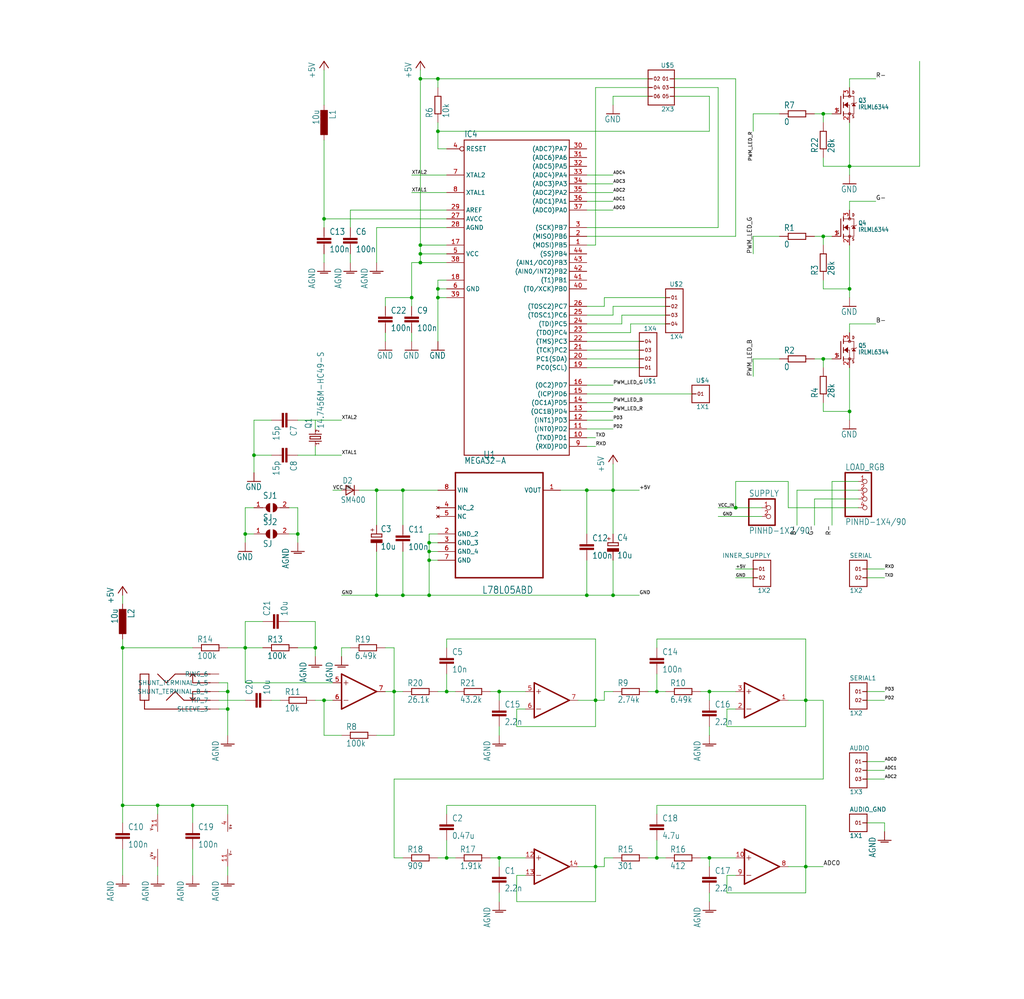
<source format=kicad_sch>
(kicad_sch (version 20211123) (generator eeschema)
  (paper "User" 297.002 289.941)
  (junction (at 116.84 142.24))
  (junction (at 124.46 162.56))
  (junction (at 45.72 233.68))
  (junction (at 124.46 157.48))
  (junction (at 121.92 73.66))
  (junction (at 190.5 248.92))
  (junction (at 86.36 154.94))
  (junction (at 127 83.82))
  (junction (at 129.54 200.66))
  (junction (at 205.74 200.66))
  (junction (at 121.92 71.12))
  (junction (at 205.74 248.92))
  (junction (at 213.36 147.32))
  (junction (at 233.68 251.46))
  (junction (at 71.12 187.96))
  (junction (at 93.98 63.5))
  (junction (at 93.98 203.2))
  (junction (at 124.46 160.02))
  (junction (at 55.88 233.68))
  (junction (at 170.18 172.72))
  (junction (at 35.56 187.96))
  (junction (at 127 38.1))
  (junction (at 246.38 83.82))
  (junction (at 129.54 248.92))
  (junction (at 144.78 248.92))
  (junction (at 246.38 119.38))
  (junction (at 119.38 86.36))
  (junction (at 109.22 142.24))
  (junction (at 127 86.36))
  (junction (at 66.04 205.74))
  (junction (at 170.18 142.24))
  (junction (at 177.8 142.24))
  (junction (at 121.92 76.2))
  (junction (at 109.22 172.72))
  (junction (at 114.3 200.66))
  (junction (at 66.04 200.66))
  (junction (at 238.76 68.58))
  (junction (at 177.8 172.72))
  (junction (at 233.68 203.2))
  (junction (at 127 22.86))
  (junction (at 172.72 251.46))
  (junction (at 238.76 104.14))
  (junction (at 71.12 154.94))
  (junction (at 124.46 172.72))
  (junction (at 116.84 172.72))
  (junction (at 144.78 200.66))
  (junction (at 73.66 132.08))
  (junction (at 91.44 187.96))
  (junction (at 246.38 48.26))
  (junction (at 238.76 33.02))
  (junction (at 35.56 233.68))
  (junction (at 190.5 200.66))
  (junction (at 121.92 22.86))
  (junction (at 172.72 203.2))
  (wire (pts (xy 238.76 68.58) (xy 241.3 68.58)))
  (wire (pts (xy 35.56 233.68) (xy 35.56 238.76)))
  (wire (pts (xy 236.22 144.78) (xy 236.22 152.4)))
  (wire (pts (xy 114.3 187.96) (xy 111.76 187.96)))
  (wire (pts (xy 177.8 27.94) (xy 177.8 30.48)))
  (wire (pts (xy 238.76 83.82) (xy 246.38 83.82)))
  (wire (pts (xy 233.68 203.2) (xy 233.68 185.42)))
  (wire (pts (xy 185.42 104.14) (xy 170.18 104.14)))
  (wire (pts (xy 149.86 261.62) (xy 149.86 254)))
  (wire (pts (xy 254 58.42) (xy 246.38 58.42)))
  (wire (pts (xy 218.44 33.02) (xy 226.06 33.02)))
  (wire (pts (xy 170.18 68.58) (xy 213.36 68.58)))
  (wire (pts (xy 177.8 248.92) (xy 175.26 248.92)))
  (wire (pts (xy 99.06 132.08) (xy 91.44 132.08)))
  (wire (pts (xy 66.04 233.68) (xy 55.88 233.68)))
  (wire (pts (xy 86.36 154.94) (xy 86.36 157.48)))
  (wire (pts (xy 246.38 48.26) (xy 238.76 48.26)))
  (wire (pts (xy 127 35.56) (xy 127 38.1)))
  (wire (pts (xy 121.92 22.86) (xy 121.92 20.32)))
  (wire (pts (xy 177.8 50.8) (xy 170.18 50.8)))
  (wire (pts (xy 127 162.56) (xy 124.46 162.56)))
  (wire (pts (xy 190.5 236.22) (xy 190.5 233.68)))
  (wire (pts (xy 55.88 238.76) (xy 55.88 233.68)))
  (wire (pts (xy 254 93.98) (xy 246.38 93.98)))
  (wire (pts (xy 177.8 172.72) (xy 185.42 172.72)))
  (wire (pts (xy 152.4 254) (xy 149.86 254)))
  (wire (pts (xy 251.46 203.2) (xy 256.54 203.2)))
  (wire (pts (xy 170.18 88.9) (xy 175.26 88.9)))
  (wire (pts (xy 116.84 142.24) (xy 109.22 142.24)))
  (wire (pts (xy 246.38 83.82) (xy 246.38 71.12)))
  (wire (pts (xy 109.22 66.04) (xy 109.22 76.2)))
  (wire (pts (xy 116.84 142.24) (xy 127 142.24)))
  (wire (pts (xy 177.8 111.76) (xy 170.18 111.76)))
  (wire (pts (xy 218.44 109.22) (xy 218.44 104.14)))
  (wire (pts (xy 238.76 104.14) (xy 241.3 104.14)))
  (wire (pts (xy 119.38 86.36) (xy 119.38 88.9)))
  (wire (pts (xy 236.22 68.58) (xy 238.76 68.58)))
  (wire (pts (xy 213.36 68.58) (xy 213.36 22.86)))
  (wire (pts (xy 86.36 147.32) (xy 86.36 154.94)))
  (wire (pts (xy 127 157.48) (xy 124.46 157.48)))
  (wire (pts (xy 124.46 172.72) (xy 170.18 172.72)))
  (wire (pts (xy 78.74 121.92) (xy 73.66 121.92)))
  (wire (pts (xy 96.52 198.12) (xy 71.12 198.12)))
  (wire (pts (xy 238.76 116.84) (xy 238.76 119.38)))
  (wire (pts (xy 177.8 91.44) (xy 177.8 88.9)))
  (wire (pts (xy 91.44 121.92) (xy 91.44 124.46)))
  (wire (pts (xy 124.46 160.02) (xy 124.46 162.56)))
  (wire (pts (xy 246.38 83.82) (xy 246.38 86.36)))
  (wire (pts (xy 187.96 27.94) (xy 177.8 27.94)))
  (wire (pts (xy 129.54 86.36) (xy 127 86.36)))
  (wire (pts (xy 177.8 142.24) (xy 185.42 142.24)))
  (wire (pts (xy 190.5 248.92) (xy 193.04 248.92)))
  (wire (pts (xy 99.06 142.24) (xy 96.52 142.24)))
  (wire (pts (xy 218.44 68.58) (xy 226.06 68.58)))
  (wire (pts (xy 170.18 172.72) (xy 177.8 172.72)))
  (wire (pts (xy 99.06 121.92) (xy 91.44 121.92)))
  (wire (pts (xy 129.54 83.82) (xy 127 83.82)))
  (wire (pts (xy 246.38 106.68) (xy 246.38 119.38)))
  (wire (pts (xy 193.04 91.44) (xy 180.34 91.44)))
  (wire (pts (xy 91.44 187.96) (xy 91.44 180.34)))
  (wire (pts (xy 111.76 96.52) (xy 111.76 99.06)))
  (wire (pts (xy 203.2 200.66) (xy 205.74 200.66)))
  (wire (pts (xy 213.36 254) (xy 210.82 254)))
  (wire (pts (xy 71.12 157.48) (xy 71.12 154.94)))
  (wire (pts (xy 177.8 162.56) (xy 177.8 172.72)))
  (wire (pts (xy 256.54 241.3) (xy 256.54 238.76)))
  (wire (pts (xy 172.72 203.2) (xy 167.64 203.2)))
  (wire (pts (xy 175.26 251.46) (xy 172.72 251.46)))
  (wire (pts (xy 129.54 71.12) (xy 121.92 71.12)))
  (wire (pts (xy 236.22 33.02) (xy 238.76 33.02)))
  (wire (pts (xy 205.74 38.1) (xy 127 38.1)))
  (wire (pts (xy 129.54 73.66) (xy 121.92 73.66)))
  (wire (pts (xy 93.98 30.48) (xy 93.98 20.32)))
  (wire (pts (xy 170.18 142.24) (xy 177.8 142.24)))
  (wire (pts (xy 205.74 248.92) (xy 205.74 251.46)))
  (wire (pts (xy 246.38 35.56) (xy 246.38 48.26)))
  (wire (pts (xy 129.54 43.18) (xy 127 43.18)))
  (wire (pts (xy 144.78 200.66) (xy 152.4 200.66)))
  (wire (pts (xy 241.3 152.4) (xy 241.3 139.7)))
  (wire (pts (xy 129.54 55.88) (xy 119.38 55.88)))
  (wire (pts (xy 114.3 248.92) (xy 116.84 248.92)))
  (wire (pts (xy 45.72 236.22) (xy 45.72 233.68)))
  (wire (pts (xy 266.7 17.78) (xy 266.7 48.26)))
  (wire (pts (xy 177.8 134.62) (xy 177.8 142.24)))
  (wire (pts (xy 121.92 73.66) (xy 121.92 71.12)))
  (wire (pts (xy 129.54 200.66) (xy 132.08 200.66)))
  (wire (pts (xy 124.46 162.56) (xy 124.46 172.72)))
  (wire (pts (xy 203.2 248.92) (xy 205.74 248.92)))
  (wire (pts (xy 127 43.18) (xy 127 38.1)))
  (wire (pts (xy 256.54 165.1) (xy 251.46 165.1)))
  (wire (pts (xy 35.56 187.96) (xy 35.56 233.68)))
  (wire (pts (xy 71.12 180.34) (xy 71.12 187.96)))
  (wire (pts (xy 63.5 200.66) (xy 66.04 200.66)))
  (wire (pts (xy 83.82 147.32) (xy 86.36 147.32)))
  (wire (pts (xy 121.92 71.12) (xy 121.92 22.86)))
  (wire (pts (xy 193.04 86.36) (xy 175.26 86.36)))
  (wire (pts (xy 96.52 203.2) (xy 93.98 203.2)))
  (wire (pts (xy 172.72 233.68) (xy 129.54 233.68)))
  (wire (pts (xy 177.8 200.66) (xy 175.26 200.66)))
  (wire (pts (xy 127 83.82) (xy 127 86.36)))
  (wire (pts (xy 91.44 187.96) (xy 91.44 190.5)))
  (wire (pts (xy 220.98 147.32) (xy 213.36 147.32)))
  (wire (pts (xy 93.98 203.2) (xy 91.44 203.2)))
  (wire (pts (xy 177.8 154.94) (xy 177.8 142.24)))
  (wire (pts (xy 213.36 22.86) (xy 195.58 22.86)))
  (wire (pts (xy 127 248.92) (xy 129.54 248.92)))
  (wire (pts (xy 187.96 200.66) (xy 190.5 200.66)))
  (wire (pts (xy 246.38 22.86) (xy 246.38 25.4)))
  (wire (pts (xy 228.6 139.7) (xy 213.36 139.7)))
  (wire (pts (xy 251.46 200.66) (xy 256.54 200.66)))
  (wire (pts (xy 238.76 119.38) (xy 246.38 119.38)))
  (wire (pts (xy 233.68 251.46) (xy 228.6 251.46)))
  (wire (pts (xy 246.38 22.86) (xy 254 22.86)))
  (wire (pts (xy 127 86.36) (xy 127 99.06)))
  (wire (pts (xy 241.3 139.7) (xy 248.92 139.7)))
  (wire (pts (xy 91.44 129.54) (xy 91.44 132.08)))
  (wire (pts (xy 129.54 63.5) (xy 93.98 63.5)))
  (wire (pts (xy 238.76 104.14) (xy 238.76 106.68)))
  (wire (pts (xy 172.72 25.4) (xy 172.72 71.12)))
  (wire (pts (xy 109.22 160.02) (xy 109.22 172.72)))
  (wire (pts (xy 172.72 251.46) (xy 172.72 261.62)))
  (wire (pts (xy 238.76 226.06) (xy 114.3 226.06)))
  (wire (pts (xy 93.98 213.36) (xy 93.98 203.2)))
  (wire (pts (xy 127 81.28) (xy 127 83.82)))
  (wire (pts (xy 55.88 233.68) (xy 45.72 233.68)))
  (wire (pts (xy 205.74 27.94) (xy 205.74 38.1)))
  (wire (pts (xy 231.14 152.4) (xy 231.14 142.24)))
  (wire (pts (xy 167.64 251.46) (xy 172.72 251.46)))
  (wire (pts (xy 73.66 132.08) (xy 78.74 132.08)))
  (wire (pts (xy 76.2 180.34) (xy 71.12 180.34)))
  (wire (pts (xy 180.34 93.98) (xy 180.34 91.44)))
  (wire (pts (xy 71.12 147.32) (xy 71.12 154.94)))
  (wire (pts (xy 172.72 203.2) (xy 172.72 185.42)))
  (wire (pts (xy 170.18 66.04) (xy 208.28 66.04)))
  (wire (pts (xy 144.78 213.36) (xy 144.78 210.82)))
  (wire (pts (xy 220.98 149.86) (xy 208.28 149.86)))
  (wire (pts (xy 129.54 233.68) (xy 129.54 236.22)))
  (wire (pts (xy 99.06 213.36) (xy 93.98 213.36)))
  (wire (pts (xy 35.56 185.42) (xy 35.56 187.96)))
  (wire (pts (xy 218.44 38.1) (xy 218.44 33.02)))
  (wire (pts (xy 144.78 248.92) (xy 144.78 251.46)))
  (wire (pts (xy 172.72 261.62) (xy 149.86 261.62)))
  (wire (pts (xy 251.46 220.98) (xy 256.54 220.98)))
  (wire (pts (xy 127 160.02) (xy 124.46 160.02)))
  (wire (pts (xy 170.18 121.92) (xy 177.8 121.92)))
  (wire (pts (xy 170.18 60.96) (xy 177.8 60.96)))
  (wire (pts (xy 86.36 121.92) (xy 91.44 121.92)))
  (wire (pts (xy 210.82 210.82) (xy 210.82 205.74)))
  (wire (pts (xy 190.5 200.66) (xy 193.04 200.66)))
  (wire (pts (xy 172.72 251.46) (xy 172.72 233.68)))
  (wire (pts (xy 66.04 200.66) (xy 66.04 205.74)))
  (wire (pts (xy 129.54 185.42) (xy 129.54 187.96)))
  (wire (pts (xy 177.8 119.38) (xy 170.18 119.38)))
  (wire (pts (xy 149.86 205.74) (xy 152.4 205.74)))
  (wire (pts (xy 170.18 162.56) (xy 170.18 172.72)))
  (wire (pts (xy 55.88 187.96) (xy 35.56 187.96)))
  (wire (pts (xy 35.56 254) (xy 35.56 246.38)))
  (wire (pts (xy 228.6 147.32) (xy 228.6 139.7)))
  (wire (pts (xy 114.3 200.66) (xy 114.3 213.36)))
  (wire (pts (xy 236.22 104.14) (xy 238.76 104.14)))
  (wire (pts (xy 109.22 142.24) (xy 104.14 142.24)))
  (wire (pts (xy 170.18 124.46) (xy 177.8 124.46)))
  (wire (pts (xy 111.76 88.9) (xy 111.76 86.36)))
  (wire (pts (xy 190.5 233.68) (xy 233.68 233.68)))
  (wire (pts (xy 218.44 104.14) (xy 226.06 104.14)))
  (wire (pts (xy 177.8 88.9) (xy 193.04 88.9)))
  (wire (pts (xy 172.72 185.42) (xy 129.54 185.42)))
  (wire (pts (xy 175.26 200.66) (xy 175.26 203.2)))
  (wire (pts (xy 114.3 200.66) (xy 114.3 187.96)))
  (wire (pts (xy 213.36 147.32) (xy 208.28 147.32)))
  (wire (pts (xy 99.06 190.5) (xy 99.06 187.96)))
  (wire (pts (xy 170.18 58.42) (xy 177.8 58.42)))
  (wire (pts (xy 63.5 198.12) (xy 66.04 198.12)))
  (wire (pts (xy 170.18 154.94) (xy 170.18 142.24)))
  (wire (pts (xy 208.28 25.4) (xy 195.58 25.4)))
  (wire (pts (xy 121.92 76.2) (xy 121.92 73.66)))
  (wire (pts (xy 114.3 200.66) (xy 111.76 200.66)))
  (wire (pts (xy 129.54 243.84) (xy 129.54 248.92)))
  (wire (pts (xy 218.44 165.1) (xy 213.36 165.1)))
  (wire (pts (xy 99.06 187.96) (xy 101.6 187.96)))
  (wire (pts (xy 210.82 205.74) (xy 213.36 205.74)))
  (wire (pts (xy 73.66 137.16) (xy 73.66 132.08)))
  (wire (pts (xy 121.92 22.86) (xy 127 22.86)))
  (wire (pts (xy 170.18 127) (xy 172.72 127)))
  (wire (pts (xy 149.86 210.82) (xy 149.86 205.74)))
  (wire (pts (xy 129.54 50.8) (xy 119.38 50.8)))
  (wire (pts (xy 109.22 152.4) (xy 109.22 142.24)))
  (wire (pts (xy 124.46 157.48) (xy 124.46 160.02)))
  (wire (pts (xy 233.68 203.2) (xy 238.76 203.2)))
  (wire (pts (xy 71.12 154.94) (xy 73.66 154.94)))
  (wire (pts (xy 119.38 96.52) (xy 119.38 99.06)))
  (wire (pts (xy 66.04 205.74) (xy 66.04 213.36)))
  (wire (pts (xy 213.36 200.66) (xy 205.74 200.66)))
  (wire (pts (xy 182.88 93.98) (xy 193.04 93.98)))
  (wire (pts (xy 144.78 248.92) (xy 142.24 248.92)))
  (wire (pts (xy 91.44 180.34) (xy 83.82 180.34)))
  (wire (pts (xy 71.12 203.2) (xy 63.5 203.2)))
  (wire (pts (xy 129.54 66.04) (xy 109.22 66.04)))
  (wire (pts (xy 256.54 238.76) (xy 251.46 238.76)))
  (wire (pts (xy 119.38 76.2) (xy 119.38 86.36)))
  (wire (pts (xy 233.68 210.82) (xy 210.82 210.82)))
  (wire (pts (xy 170.18 91.44) (xy 177.8 91.44)))
  (wire (pts (xy 238.76 68.58) (xy 238.76 71.12)))
  (wire (pts (xy 66.04 251.46) (xy 66.04 254)))
  (wire (pts (xy 152.4 248.92) (xy 144.78 248.92)))
  (wire (pts (xy 246.38 119.38) (xy 246.38 121.92)))
  (wire (pts (xy 251.46 226.06) (xy 256.54 226.06)))
  (wire (pts (xy 246.38 58.42) (xy 246.38 60.96)))
  (wire (pts (xy 55.88 254) (xy 55.88 246.38)))
  (wire (pts (xy 213.36 167.64) (xy 218.44 167.64)))
  (wire (pts (xy 170.18 96.52) (xy 182.88 96.52)))
  (wire (pts (xy 35.56 175.26) (xy 35.56 172.72)))
  (wire (pts (xy 78.74 203.2) (xy 81.28 203.2)))
  (wire (pts (xy 187.96 25.4) (xy 172.72 25.4)))
  (wire (pts (xy 248.92 147.32) (xy 228.6 147.32)))
  (wire (pts (xy 127 25.4) (xy 127 22.86)))
  (wire (pts (xy 251.46 167.64) (xy 256.54 167.64)))
  (wire (pts (xy 45.72 251.46) (xy 45.72 254)))
  (wire (pts (xy 170.18 101.6) (xy 185.42 101.6)))
  (wire (pts (xy 205.74 248.92) (xy 213.36 248.92)))
  (wire (pts (xy 175.26 88.9) (xy 175.26 86.36)))
  (wire (pts (xy 233.68 203.2) (xy 233.68 210.82)))
  (wire (pts (xy 144.78 261.62) (xy 144.78 259.08)))
  (wire (pts (xy 127 154.94) (xy 124.46 154.94)))
  (wire (pts (xy 185.42 99.06) (xy 170.18 99.06)))
  (wire (pts (xy 213.36 147.32) (xy 213.36 139.7)))
  (wire (pts (xy 266.7 48.26) (xy 246.38 48.26)))
  (wire (pts (xy 91.44 132.08) (xy 86.36 132.08)))
  (wire (pts (xy 114.3 200.66) (xy 116.84 200.66)))
  (wire (pts (xy 238.76 33.02) (xy 238.76 35.56)))
  (wire (pts (xy 114.3 213.36) (xy 109.22 213.36)))
  (wire (pts (xy 170.18 114.3) (xy 200.66 114.3)))
  (wire (pts (xy 238.76 203.2) (xy 238.76 226.06)))
  (wire (pts (xy 73.66 147.32) (xy 71.12 147.32)))
  (wire (pts (xy 233.68 185.42) (xy 190.5 185.42)))
  (wire (pts (xy 170.18 129.54) (xy 172.72 129.54)))
  (wire (pts (xy 177.8 116.84) (xy 170.18 116.84)))
  (wire (pts (xy 116.84 172.72) (xy 109.22 172.72)))
  (wire (pts (xy 127 22.86) (xy 187.96 22.86)))
  (wire (pts (xy 175.26 248.92) (xy 175.26 251.46)))
  (wire (pts (xy 170.18 142.24) (xy 162.56 142.24)))
  (wire (pts (xy 127 200.66) (xy 129.54 200.66)))
  (wire (pts (xy 116.84 160.02) (xy 116.84 172.72)))
  (wire (pts (xy 116.84 152.4) (xy 116.84 142.24)))
  (wire (pts (xy 101.6 76.2) (xy 101.6 73.66)))
  (wire (pts (xy 66.04 236.22) (xy 66.04 233.68)))
  (wire (pts (xy 114.3 226.06) (xy 114.3 248.92)))
  (wire (pts (xy 93.98 73.66) (xy 93.98 76.2)))
  (wire (pts (xy 45.72 233.68) (xy 35.56 233.68)))
  (wire (pts (xy 172.72 203.2) (xy 172.72 210.82)))
  (wire (pts (xy 231.14 142.24) (xy 248.92 142.24)))
  (wire (pts (xy 182.88 96.52) (xy 182.88 93.98)))
  (wire (pts (xy 142.24 200.66) (xy 144.78 200.66)))
  (wire (pts (xy 170.18 93.98) (xy 180.34 93.98)))
  (wire (pts (xy 248.92 144.78) (xy 236.22 144.78)))
  (wire (pts (xy 218.44 73.66) (xy 218.44 68.58)))
  (wire (pts (xy 246.38 48.26) (xy 246.38 50.8)))
  (wire (pts (xy 63.5 205.74) (xy 66.04 205.74)))
  (wire (pts (xy 71.12 187.96) (xy 76.2 187.96)))
  (wire (pts (xy 190.5 195.58) (xy 190.5 200.66)))
  (wire (pts (xy 190.5 248.92) (xy 190.5 243.84)))
  (wire (pts (xy 172.72 71.12) (xy 170.18 71.12)))
  (wire (pts (xy 124.46 172.72) (xy 116.84 172.72)))
  (wire (pts (xy 210.82 259.08) (xy 210.82 254)))
  (wire (pts (xy 71.12 187.96) (xy 71.12 198.12)))
  (wire (pts (xy 172.72 210.82) (xy 149.86 210.82)))
  (wire (pts (xy 187.96 248.92) (xy 190.5 248.92)))
  (wire (pts (xy 144.78 203.2) (xy 144.78 200.66)))
  (wire (pts (xy 83.82 154.94) (xy 86.36 154.94)))
  (wire (pts (xy 205.74 200.66) (xy 205.74 203.2)))
  (wire (pts (xy 205.74 261.62) (xy 205.74 259.08)))
  (wire (pts (xy 233.68 233.68) (xy 233.68 251.46)))
  (wire (pts (xy 238.76 33.02) (xy 241.3 33.02)))
  (wire (pts (xy 129.54 60.96) (xy 101.6 60.96)))
  (wire (pts (xy 233.68 259.08) (xy 210.82 259.08)))
  (wire (pts (xy 238.76 81.28) (xy 238.76 83.82)))
  (wire (pts (xy 251.46 223.52) (xy 256.54 223.52)))
  (wire (pts (xy 109.22 172.72) (xy 99.06 172.72)))
  (wire (pts (xy 205.74 213.36) (xy 205.74 210.82)))
  (wire (pts (xy 233.68 251.46) (xy 233.68 259.08)))
  (wire (pts (xy 233.68 251.46) (xy 238.76 251.46)))
  (wire (pts (xy 93.98 63.5) (xy 93.98 40.64)))
  (wire (pts (xy 228.6 203.2) (xy 233.68 203.2)))
  (wire (pts (xy 66.04 198.12) (xy 66.04 200.66)))
  (wire (pts (xy 238.76 45.72) (xy 238.76 48.26)))
  (wire (pts (xy 175.26 203.2) (xy 172.72 203.2)))
  (wire (pts (xy 129.54 81.28) (xy 127 81.28)))
  (wire (pts (xy 121.92 76.2) (xy 119.38 76.2)))
  (wire (pts (xy 66.04 187.96) (xy 71.12 187.96)))
  (wire (pts (xy 195.58 27.94) (xy 205.74 27.94)))
  (wire (pts (xy 124.46 154.94) (xy 124.46 157.48)))
  (wire (pts (xy 170.18 55.88) (xy 177.8 55.88)))
  (wire (pts (xy 208.28 66.04) (xy 208.28 25.4)))
  (wire (pts (xy 170.18 53.34) (xy 177.8 53.34)))
  (wire (pts (xy 101.6 60.96) (xy 101.6 66.04)))
  (wire (pts (xy 246.38 93.98) (xy 246.38 96.52)))
  (wire (pts (xy 190.5 185.42) (xy 190.5 187.96)))
  (wire (pts (xy 129.54 195.58) (xy 129.54 200.66)))
  (wire (pts (xy 129.54 76.2) (xy 121.92 76.2)))
  (wire (pts (xy 111.76 86.36) (xy 119.38 86.36)))
  (wire (pts (xy 86.36 187.96) (xy 91.44 187.96)))
  (wire (pts (xy 93.98 63.5) (xy 93.98 66.04)))
  (wire (pts (xy 170.18 106.68) (xy 185.42 106.68)))
  (wire (pts (xy 73.66 121.92) (xy 73.66 132.08)))
  (wire (pts (xy 129.54 248.92) (xy 132.08 248.92)))
  (label "R-" (at 241.3 152.4 270) (effects (font (size 1.2446 1.2446))))
  (label "+5V" (at 213.36 165.1 0) (effects (font (size 0.889 0.889))))
  (label "ADC1" (at 256.54 223.52 0) (effects (font (size 0.889 0.889))))
  (label "XTAL1" (at 119.38 55.88 0) (effects (font (size 0.9957 0.9957))))
  (label "GND" (at 213.36 167.64 0) (effects (font (size 0.889 0.889))))
  (label "RXD" (at 256.54 165.1 0) (effects (font (size 0.889 0.889))))
  (label "PWM_LED_G" (at 218.44 73.66 90) (effects (font (size 1.2446 1.2446))))
  (label "XTAL2" (at 119.38 50.8 0) (effects (font (size 0.9957 0.9957))))
  (label "PWM_LED_G" (at 177.8 111.76 0) (effects (font (size 0.9957 0.9957))))
  (label "TXD" (at 256.54 167.64 0) (effects (font (size 0.889 0.889))))
  (label "PD3" (at 177.8 121.92 0) (effects (font (size 0.889 0.889))))
  (label "XTAL1" (at 99.06 132.08 0) (effects (font (size 0.9957 0.9957))))
  (label "VCC_IN" (at 96.52 142.24 0) (effects (font (size 0.9957 0.9957))))
  (label "RXD" (at 172.72 129.54 0) (effects (font (size 0.9957 0.9957))))
  (label "ADC0" (at 238.76 251.46 0) (effects (font (size 1.2446 1.2446))))
  (label "PWM_LED_B" (at 218.44 109.22 90) (effects (font (size 1.2446 1.2446))))
  (label "PD2" (at 177.8 124.46 0) (effects (font (size 0.889 0.889))))
  (label "R-" (at 254 22.86 0) (effects (font (size 1.2446 1.2446))))
  (label "ADC4" (at 177.8 50.8 0) (effects (font (size 0.889 0.889))))
  (label "PD2" (at 256.54 203.2 0) (effects (font (size 0.889 0.889))))
  (label "ADC0" (at 256.54 220.98 0) (effects (font (size 0.889 0.889))))
  (label "ADC2" (at 256.54 226.06 0) (effects (font (size 0.889 0.889))))
  (label "TXD" (at 172.72 127 0) (effects (font (size 0.9957 0.9957))))
  (label "PD3" (at 256.54 200.66 0) (effects (font (size 0.889 0.889))))
  (label "PWM_LED_R" (at 218.44 38.1 270) (effects (font (size 0.9957 0.9957))))
  (label "ADC3" (at 177.8 53.34 0) (effects (font (size 0.889 0.889))))
  (label "B-" (at 254 93.98 0) (effects (font (size 1.2446 1.2446))))
  (label "PWM_LED_B" (at 177.8 116.84 0) (effects (font (size 0.9957 0.9957))))
  (label "GND" (at 209.55 149.86 0) (effects (font (size 0.889 0.889))))
  (label "VCC_IN" (at 208.28 147.32 0) (effects (font (size 0.889 0.889))))
  (label "PWM_LED_R" (at 177.8 119.38 0) (effects (font (size 0.9957 0.9957))))
  (label "ADC1" (at 177.8 58.42 0) (effects (font (size 0.889 0.889))))
  (label "XTAL2" (at 99.06 121.92 0) (effects (font (size 0.9957 0.9957))))
  (label "GND" (at 99.06 172.72 0) (effects (font (size 0.9957 0.9957))))
  (label "B-" (at 231.14 152.4 270) (effects (font (size 1.2446 1.2446))))
  (label "GND" (at 185.42 172.72 0) (effects (font (size 0.9957 0.9957))))
  (label "G-" (at 236.22 152.4 270) (effects (font (size 1.2446 1.2446))))
  (label "ADC2" (at 177.8 55.88 0) (effects (font (size 0.889 0.889))))
  (label "ADC0" (at 177.8 60.96 0) (effects (font (size 0.889 0.889))))
  (label "G-" (at 254 58.42 0) (effects (font (size 1.2446 1.2446))))
  (label "+5V" (at 185.42 142.24 0) (effects (font (size 0.9957 0.9957))))
  (symbol (lib_id "LedController2-eagle-import:C-EUC0805") (at 205.74 205.74 0)
    (property "Reference" "C16" (at 207.264 205.359 0) (effects (font (size 1.778 1.5113)) (justify left bottom)))
    (property "Value" "2.2n" (at 207.264 210.439 0) (effects (font (size 1.778 1.5113)) (justify left bottom)))
    (property "Footprint" "LedController2:C0805" (effects hide))
  )
  (symbol (lib_id "LedController2-eagle-import:C-EUC0805") (at 129.54 238.76 0)
    (property "Reference" "C2" (at 131.064 238.379 0) (effects (font (size 1.778 1.5113)) (justify left bottom)))
    (property "Value" "0.47u" (at 131.064 243.459 0) (effects (font (size 1.778 1.5113)) (justify left bottom)))
    (property "Footprint" "LedController2:C0805" (effects hide))
  )
  (symbol (lib_id "LedController2-eagle-import:C-EUC0805") (at 111.76 91.44 0)
    (property "Reference" "C22" (at 113.284 91.059 0) (effects (font (size 1.778 1.5113)) (justify left bottom)))
    (property "Value" "100n" (at 113.284 96.139 0) (effects (font (size 1.778 1.5113)) (justify left bottom)))
    (property "Footprint" "LedController2:C0805" (effects hide))
  )
  (symbol (lib_id "LedController2-eagle-import:CPOL-EUSMCC") (at 177.8 157.48 0)
    (property "Reference" "C4" (at 178.943 156.9974 0) (effects (font (size 1.778 1.5113)) (justify left bottom)))
    (property "Value" "10u" (at 178.943 162.0774 0) (effects (font (size 1.778 1.5113)) (justify left bottom)))
    (property "Footprint" "LedController2:SMC_C" (effects hide))
  )
  (symbol (lib_id "LedController2-eagle-import:AGND") (at 256.54 243.84 0)
    (property "Reference" "#AGND16" (effects hide))
    (property "Value" "AGND" (at 254 248.92 90) (effects (font (size 1.778 1.5113)) (justify left bottom)))
    (property "Footprint" "LedController2:" (effects hide))
  )
  (symbol (lib_id "LedController2-eagle-import:AGND") (at 109.22 78.74 0)
    (property "Reference" "#AGND7" (effects hide))
    (property "Value" "AGND" (at 106.68 83.82 90) (effects (font (size 1.778 1.5113)) (justify left bottom)))
    (property "Footprint" "LedController2:" (effects hide))
  )
  (symbol (lib_id "LedController2-eagle-import:GND") (at 177.8 33.02 0)
    (property "Reference" "#GND5" (effects hide))
    (property "Value" "GND" (at 175.26 35.56 0) (effects (font (size 1.778 1.5113)) (justify left bottom)))
    (property "Footprint" "LedController2:" (effects hide))
  )
  (symbol (lib_id "LedController2-eagle-import:R-EU_R0805") (at 60.96 187.96 0)
    (property "Reference" "R14" (at 57.15 186.4614 0) (effects (font (size 1.778 1.5113)) (justify left bottom)))
    (property "Value" "100k" (at 57.15 191.262 0) (effects (font (size 1.778 1.5113)) (justify left bottom)))
    (property "Footprint" "LedController2:R0805" (effects hide))
  )
  (symbol (lib_id "LedController2-eagle-import:R-EU_R0805") (at 106.68 187.96 0)
    (property "Reference" "R19" (at 102.87 186.4614 0) (effects (font (size 1.778 1.5113)) (justify left bottom)))
    (property "Value" "6.49k" (at 102.87 191.262 0) (effects (font (size 1.778 1.5113)) (justify left bottom)))
    (property "Footprint" "LedController2:R0805" (effects hide))
  )
  (symbol (lib_id "LedController2-eagle-import:1X4") (at 187.96 101.6 180)
    (property "Reference" "U$1" (at 190.5 109.855 0) (effects (justify left bottom)))
    (property "Value" "1X4" (at 190.5 94.615 0) (effects (justify left bottom)))
    (property "Footprint" "LedController2:1X4" (effects hide))
  )
  (symbol (lib_id "LedController2-eagle-import:LM324D") (at 220.98 251.46 0)
    (property "Reference" "IC2" (effects hide))
    (property "Value" "LM324D" (effects hide))
    (property "Footprint" "LedController2:SO14" (effects hide))
  )
  (symbol (lib_id "LedController2-eagle-import:CRYSTALHC49S") (at 91.44 127 90)
    (property "Reference" "Q1" (at 90.424 124.46 0) (effects (font (size 1.778 1.5113)) (justify left bottom)))
    (property "Value" "14.7456M-HC49-S" (at 93.98 124.46 0) (effects (font (size 1.778 1.5113)) (justify left bottom)))
    (property "Footprint" "LedController2:HC49_S" (effects hide))
  )
  (symbol (lib_id "LedController2-eagle-import:R-EU_R0805") (at 121.92 200.66 0)
    (property "Reference" "R20" (at 118.11 199.1614 0) (effects (font (size 1.778 1.5113)) (justify left bottom)))
    (property "Value" "26.1k" (at 118.11 203.962 0) (effects (font (size 1.778 1.5113)) (justify left bottom)))
    (property "Footprint" "LedController2:R0805" (effects hide))
  )
  (symbol (lib_id "LedController2-eagle-import:GND") (at 246.38 124.46 0)
    (property "Reference" "#GND9" (effects hide))
    (property "Value" "GND" (at 243.84 127 0) (effects (font (size 1.778 1.5113)) (justify left bottom)))
    (property "Footprint" "LedController2:" (effects hide))
  )
  (symbol (lib_id "LedController2-eagle-import:R-EU_R0805") (at 137.16 200.66 0)
    (property "Reference" "R21" (at 133.35 199.1614 0) (effects (font (size 1.778 1.5113)) (justify left bottom)))
    (property "Value" "43.2k" (at 133.35 203.962 0) (effects (font (size 1.778 1.5113)) (justify left bottom)))
    (property "Footprint" "LedController2:R0805" (effects hide))
  )
  (symbol (lib_id "LedController2-eagle-import:LM324D") (at 45.72 243.84 180)
    (property "Reference" "IC2" (effects hide))
    (property "Value" "LM324D" (effects hide))
    (property "Footprint" "LedController2:SO14" (effects hide))
  )
  (symbol (lib_id "LedController2-eagle-import:R-EU_R0805") (at 238.76 111.76 90)
    (property "Reference" "R4" (at 237.2614 115.57 0) (effects (font (size 1.778 1.5113)) (justify left bottom)))
    (property "Value" "28k" (at 242.062 115.57 0) (effects (font (size 1.778 1.5113)) (justify left bottom)))
    (property "Footprint" "LedController2:R0805" (effects hide))
  )
  (symbol (lib_id "LedController2-eagle-import:+5V") (at 35.56 170.18 0)
    (property "Reference" "#P+3" (effects hide))
    (property "Value" "+5V" (at 33.02 175.26 90) (effects (font (size 1.778 1.5113)) (justify left bottom)))
    (property "Footprint" "LedController2:" (effects hide))
  )
  (symbol (lib_id "LedController2-eagle-import:GND") (at 73.66 139.7 0)
    (property "Reference" "#GND7" (effects hide))
    (property "Value" "GND" (at 71.12 142.24 0) (effects (font (size 1.778 1.5113)) (justify left bottom)))
    (property "Footprint" "LedController2:" (effects hide))
  )
  (symbol (lib_id "LedController2-eagle-import:SM400") (at 101.6 142.24 0)
    (property "Reference" "D2" (at 99.2886 140.3604 0) (effects (font (size 1.6764 1.4249)) (justify left bottom)))
    (property "Value" "SM400" (at 98.7806 145.9738 0) (effects (font (size 1.6764 1.4249)) (justify left bottom)))
    (property "Footprint" "LedController2:MELF-MLL41" (effects hide))
  )
  (symbol (lib_id "LedController2-eagle-import:C-EUC0805") (at 73.66 203.2 90)
    (property "Reference" "C20" (at 73.279 201.676 0) (effects (font (size 1.778 1.5113)) (justify left bottom)))
    (property "Value" "10u" (at 78.359 201.676 0) (effects (font (size 1.778 1.5113)) (justify left bottom)))
    (property "Footprint" "LedController2:C0805" (effects hide))
  )
  (symbol (lib_id "LedController2-eagle-import:AGND") (at 66.04 215.9 0)
    (property "Reference" "#AGND1" (effects hide))
    (property "Value" "AGND" (at 63.5 220.98 90) (effects (font (size 1.778 1.5113)) (justify left bottom)))
    (property "Footprint" "LedController2:" (effects hide))
  )
  (symbol (lib_id "LedController2-eagle-import:C-EUC0805") (at 190.5 190.5 0)
    (property "Reference" "C14" (at 192.024 190.119 0) (effects (font (size 1.778 1.5113)) (justify left bottom)))
    (property "Value" "100n" (at 192.024 195.199 0) (effects (font (size 1.778 1.5113)) (justify left bottom)))
    (property "Footprint" "LedController2:C0805" (effects hide))
  )
  (symbol (lib_id "LedController2-eagle-import:C-EUC0805") (at 35.56 241.3 0)
    (property "Reference" "C10" (at 37.084 240.919 0) (effects (font (size 1.778 1.5113)) (justify left bottom)))
    (property "Value" "100n" (at 37.084 245.999 0) (effects (font (size 1.778 1.5113)) (justify left bottom)))
    (property "Footprint" "LedController2:C0805" (effects hide))
  )
  (symbol (lib_id "LedController2-eagle-import:C-EUC0805") (at 144.78 254 0)
    (property "Reference" "C1" (at 146.304 253.619 0) (effects (font (size 1.778 1.5113)) (justify left bottom)))
    (property "Value" "2.2n" (at 146.304 258.699 0) (effects (font (size 1.778 1.5113)) (justify left bottom)))
    (property "Footprint" "LedController2:C0805" (effects hide))
  )
  (symbol (lib_id "LedController2-eagle-import:C-EUC0805") (at 101.6 68.58 0)
    (property "Reference" "C6" (at 103.124 68.199 0) (effects (font (size 1.778 1.5113)) (justify left bottom)))
    (property "Value" "100n" (at 103.124 73.279 0) (effects (font (size 1.778 1.5113)) (justify left bottom)))
    (property "Footprint" "LedController2:C0805" (effects hide))
  )
  (symbol (lib_id "LedController2-eagle-import:GND") (at 111.76 101.6 0)
    (property "Reference" "#GND3" (effects hide))
    (property "Value" "GND" (at 109.22 104.14 0) (effects (font (size 1.778 1.5113)) (justify left bottom)))
    (property "Footprint" "LedController2:" (effects hide))
  )
  (symbol (lib_id "LedController2-eagle-import:MOSFET-NREFLOW") (at 243.84 30.48 0)
    (property "Reference" "Q3" (at 248.92 29.845 0) (effects (font (size 1.27 1.0795)) (justify left bottom)))
    (property "Value" "IRLML6344" (at 248.92 31.75 0) (effects (font (size 1.27 1.0795)) (justify left bottom)))
    (property "Footprint" "LedController2:SOT23" (effects hide))
  )
  (symbol (lib_id "LedController2-eagle-import:1X1") (at 203.2 114.3 0) (mirror y)
    (property "Reference" "U$4" (at 205.74 111.125 0) (effects (justify left bottom)))
    (property "Value" "1X1" (at 205.74 118.745 0) (effects (justify left bottom)))
    (property "Footprint" "LedController2:1X1" (effects hide))
  )
  (symbol (lib_id "LedController2-eagle-import:AGND") (at 86.36 160.02 0)
    (property "Reference" "#AGND3" (effects hide))
    (property "Value" "AGND" (at 83.82 165.1 90) (effects (font (size 1.778 1.5113)) (justify left bottom)))
    (property "Footprint" "LedController2:" (effects hide))
  )
  (symbol (lib_id "LedController2-eagle-import:C-EUC0805") (at 83.82 121.92 270)
    (property "Reference" "C7" (at 84.201 123.444 0) (effects (font (size 1.778 1.5113)) (justify left bottom)))
    (property "Value" "15p" (at 79.121 123.444 0) (effects (font (size 1.778 1.5113)) (justify left bottom)))
    (property "Footprint" "LedController2:C0805" (effects hide))
  )
  (symbol (lib_id "LedController2-eagle-import:R-EU_R0805") (at 86.36 203.2 0)
    (property "Reference" "R11" (at 82.55 201.7014 0) (effects (font (size 1.778 1.5113)) (justify left bottom)))
    (property "Value" "10k" (at 82.55 206.502 0) (effects (font (size 1.778 1.5113)) (justify left bottom)))
    (property "Footprint" "LedController2:R0805" (effects hide))
  )
  (symbol (lib_id "LedController2-eagle-import:R-EU_R0805") (at 137.16 248.92 0)
    (property "Reference" "R17" (at 133.35 247.4214 0) (effects (font (size 1.778 1.5113)) (justify left bottom)))
    (property "Value" "1.91k" (at 133.35 252.222 0) (effects (font (size 1.778 1.5113)) (justify left bottom)))
    (property "Footprint" "LedController2:R0805" (effects hide))
  )
  (symbol (lib_id "LedController2-eagle-import:AGND") (at 99.06 193.04 0)
    (property "Reference" "#AGND2" (effects hide))
    (property "Value" "AGND" (at 96.52 198.12 90) (effects (font (size 1.778 1.5113)) (justify left bottom)))
    (property "Footprint" "LedController2:" (effects hide))
  )
  (symbol (lib_id "LedController2-eagle-import:GND") (at 119.38 101.6 0)
    (property "Reference" "#GND1" (effects hide))
    (property "Value" "GND" (at 116.84 104.14 0) (effects (font (size 1.778 1.5113)) (justify left bottom)))
    (property "Footprint" "LedController2:" (effects hide))
  )
  (symbol (lib_id "LedController2-eagle-import:1X3") (at 248.92 223.52 0)
    (property "Reference" "AUDIO" (at 246.38 217.805 0) (effects (justify left bottom)))
    (property "Value" "1X3" (at 246.38 230.505 0) (effects (justify left bottom)))
    (property "Footprint" "LedController2:1X3" (effects hide))
  )
  (symbol (lib_id "LedController2-eagle-import:+5V") (at 177.8 132.08 0)
    (property "Reference" "#P+2" (effects hide))
    (property "Value" "+5V" (at 175.26 137.16 90) (effects (font (size 1.778 1.5113)) (justify left bottom)))
    (property "Footprint" "LedController2:" (effects hide))
  )
  (symbol (lib_id "LedController2-eagle-import:GND") (at 127 101.6 0)
    (property "Reference" "#GND6" (effects hide))
    (property "Value" "GND" (at 124.46 104.14 0) (effects (font (size 1.778 1.5113)) (justify left bottom)))
    (property "Footprint" "LedController2:" (effects hide))
  )
  (symbol (lib_id "LedController2-eagle-import:AGND") (at 45.72 256.54 0)
    (property "Reference" "#AGND4" (effects hide))
    (property "Value" "AGND" (at 43.18 261.62 90) (effects (font (size 1.778 1.5113)) (justify left bottom)))
    (property "Footprint" "LedController2:" (effects hide))
  )
  (symbol (lib_id "LedController2-eagle-import:C-EUC0805") (at 205.74 254 0)
    (property "Reference" "C17" (at 207.264 253.619 0) (effects (font (size 1.778 1.5113)) (justify left bottom)))
    (property "Value" "2.2n" (at 207.264 258.699 0) (effects (font (size 1.778 1.5113)) (justify left bottom)))
    (property "Footprint" "LedController2:C0805" (effects hide))
  )
  (symbol (lib_id "LedController2-eagle-import:JACK35") (at 53.34 198.12 0)
    (property "Reference" "U$6" (effects hide))
    (property "Value" "JACK35" (effects hide))
    (property "Footprint" "LedController2:JACK35" (effects hide))
  )
  (symbol (lib_id "LedController2-eagle-import:LM324D") (at 220.98 203.2 0)
    (property "Reference" "IC2" (effects hide))
    (property "Value" "LM324D" (effects hide))
    (property "Footprint" "LedController2:SO14" (effects hide))
  )
  (symbol (lib_id "LedController2-eagle-import:AGND") (at 205.74 215.9 0)
    (property "Reference" "#AGND14" (effects hide))
    (property "Value" "AGND" (at 203.2 220.98 90) (effects (font (size 1.778 1.5113)) (justify left bottom)))
    (property "Footprint" "LedController2:" (effects hide))
  )
  (symbol (lib_id "LedController2-eagle-import:C-EUC0805") (at 55.88 241.3 0)
    (property "Reference" "C19" (at 57.404 240.919 0) (effects (font (size 1.778 1.5113)) (justify left bottom)))
    (property "Value" "100n" (at 57.404 245.999 0) (effects (font (size 1.778 1.5113)) (justify left bottom)))
    (property "Footprint" "LedController2:C0805" (effects hide))
  )
  (symbol (lib_id "LedController2-eagle-import:R-EU_R0805") (at 238.76 40.64 90)
    (property "Reference" "R22" (at 237.2614 44.45 0) (effects (font (size 1.778 1.5113)) (justify left bottom)))
    (property "Value" "28k" (at 242.062 44.45 0) (effects (font (size 1.778 1.5113)) (justify left bottom)))
    (property "Footprint" "LedController2:R0805" (effects hide))
  )
  (symbol (lib_id "LedController2-eagle-import:SJ") (at 78.74 147.32 0)
    (property "Reference" "SJ1" (at 76.2 144.78 0) (effects (font (size 1.778 1.5113)) (justify left bottom)))
    (property "Value" "SJ" (at 76.2 151.13 0) (effects (font (size 1.778 1.5113)) (justify left bottom)))
    (property "Footprint" "LedController2:SJ" (effects hide))
  )
  (symbol (lib_id "LedController2-eagle-import:C-EUC0805") (at 93.98 68.58 0)
    (property "Reference" "C13" (at 95.504 68.199 0) (effects (font (size 1.778 1.5113)) (justify left bottom)))
    (property "Value" "100n" (at 95.504 73.279 0) (effects (font (size 1.778 1.5113)) (justify left bottom)))
    (property "Footprint" "LedController2:C0805" (effects hide))
  )
  (symbol (lib_id "LedController2-eagle-import:C-EUC0805") (at 119.38 91.44 0)
    (property "Reference" "C9" (at 120.904 91.059 0) (effects (font (size 1.778 1.5113)) (justify left bottom)))
    (property "Value" "100n" (at 120.904 96.139 0) (effects (font (size 1.778 1.5113)) (justify left bottom)))
    (property "Footprint" "LedController2:C0805" (effects hide))
  )
  (symbol (lib_id "LedController2-eagle-import:AGND") (at 66.04 256.54 0)
    (property "Reference" "#AGND6" (effects hide))
    (property "Value" "AGND" (at 63.5 261.62 90) (effects (font (size 1.778 1.5113)) (justify left bottom)))
    (property "Footprint" "LedController2:" (effects hide))
  )
  (symbol (lib_id "LedController2-eagle-import:AGND") (at 101.6 78.74 0)
    (property "Reference" "#AGND9" (effects hide))
    (property "Value" "AGND" (at 99.06 83.82 90) (effects (font (size 1.778 1.5113)) (justify left bottom)))
    (property "Footprint" "LedController2:" (effects hide))
  )
  (symbol (lib_id "LedController2-eagle-import:1X1") (at 248.92 238.76 0)
    (property "Reference" "AUDIO_GND" (at 246.38 235.585 0) (effects (justify left bottom)))
    (property "Value" "1X1" (at 246.38 243.205 0) (effects (justify left bottom)))
    (property "Footprint" "LedController2:1X1" (effects hide))
  )
  (symbol (lib_id "LedController2-eagle-import:C-EUC0805") (at 116.84 154.94 0)
    (property "Reference" "C11" (at 118.364 154.559 0) (effects (font (size 1.778 1.5113)) (justify left bottom)))
    (property "Value" "100n" (at 118.364 159.639 0) (effects (font (size 1.778 1.5113)) (justify left bottom)))
    (property "Footprint" "LedController2:C0805" (effects hide))
  )
  (symbol (lib_id "LedController2-eagle-import:R-EU_R0805") (at 198.12 200.66 0)
    (property "Reference" "R10" (at 194.31 199.1614 0) (effects (font (size 1.778 1.5113)) (justify left bottom)))
    (property "Value" "6.49k" (at 194.31 203.962 0) (effects (font (size 1.778 1.5113)) (justify left bottom)))
    (property "Footprint" "LedController2:R0805" (effects hide))
  )
  (symbol (lib_id "LedController2-eagle-import:R-EU_R0805") (at 182.88 200.66 0)
    (property "Reference" "R9" (at 179.07 199.1614 0) (effects (font (size 1.778 1.5113)) (justify left bottom)))
    (property "Value" "2.74k" (at 179.07 203.962 0) (effects (font (size 1.778 1.5113)) (justify left bottom)))
    (property "Footprint" "LedController2:R0805" (effects hide))
  )
  (symbol (lib_id "LedController2-eagle-import:C-EUC0805") (at 190.5 238.76 0)
    (property "Reference" "C18" (at 192.024 238.379 0) (effects (font (size 1.778 1.5113)) (justify left bottom)))
    (property "Value" "4.7u" (at 192.024 243.459 0) (effects (font (size 1.778 1.5113)) (justify left bottom)))
    (property "Footprint" "LedController2:C0805" (effects hide))
  )
  (symbol (lib_id "LedController2-eagle-import:R-EU_R0805") (at 104.14 213.36 0)
    (property "Reference" "R8" (at 100.33 211.8614 0) (effects (font (size 1.778 1.5113)) (justify left bottom)))
    (property "Value" "100k" (at 100.33 216.662 0) (effects (font (size 1.778 1.5113)) (justify left bottom)))
    (property "Footprint" "LedController2:R0805" (effects hide))
  )
  (symbol (lib_id "LedController2-eagle-import:GND") (at 246.38 88.9 0)
    (property "Reference" "#GND8" (effects hide))
    (property "Value" "GND" (at 243.84 91.44 0) (effects (font (size 1.778 1.5113)) (justify left bottom)))
    (property "Footprint" "LedController2:" (effects hide))
  )
  (symbol (lib_id "LedController2-eagle-import:CPOL-EUSMCC") (at 109.22 154.94 0)
    (property "Reference" "C3" (at 110.363 154.4574 0) (effects (font (size 1.778 1.5113)) (justify left bottom)))
    (property "Value" "10u" (at 110.363 159.5374 0) (effects (font (size 1.778 1.5113)) (justify left bottom)))
    (property "Footprint" "LedController2:SMC_C" (effects hide))
  )
  (symbol (lib_id "LedController2-eagle-import:MEGA32-A") (at 149.86 86.36 0)
    (property "Reference" "IC4" (at 134.62 39.878 0) (effects (font (size 1.778 1.5113)) (justify left bottom)))
    (property "Value" "MEGA32-A" (at 134.62 134.62 0) (effects (font (size 1.778 1.5113)) (justify left bottom)))
    (property "Footprint" "LedController2:TQFP44" (effects hide))
  )
  (symbol (lib_id "LedController2-eagle-import:1X2") (at 248.92 165.1 0)
    (property "Reference" "SERIAL" (at 246.38 161.925 0) (effects (justify left bottom)))
    (property "Value" "1X2" (at 246.38 172.085 0) (effects (justify left bottom)))
    (property "Footprint" "LedController2:1X2" (effects hide))
  )
  (symbol (lib_id "LedController2-eagle-import:AGND") (at 205.74 264.16 0)
    (property "Reference" "#AGND13" (effects hide))
    (property "Value" "AGND" (at 203.2 269.24 90) (effects (font (size 1.778 1.5113)) (justify left bottom)))
    (property "Footprint" "LedController2:" (effects hide))
  )
  (symbol (lib_id "LedController2-eagle-import:C-EUC0805") (at 144.78 205.74 0)
    (property "Reference" "C15" (at 146.304 205.359 0) (effects (font (size 1.778 1.5113)) (justify left bottom)))
    (property "Value" "2.2n" (at 146.304 210.439 0) (effects (font (size 1.778 1.5113)) (justify left bottom)))
    (property "Footprint" "LedController2:C0805" (effects hide))
  )
  (symbol (lib_id "LedController2-eagle-import:LM324D") (at 160.02 251.46 0)
    (property "Reference" "IC2" (effects hide))
    (property "Value" "LM324D" (effects hide))
    (property "Footprint" "LedController2:SO14" (effects hide))
  )
  (symbol (lib_id "LedController2-eagle-import:MOSFET-NREFLOW") (at 243.84 66.04 0)
    (property "Reference" "Q4" (at 248.92 65.405 0) (effects (font (size 1.27 1.0795)) (justify left bottom)))
    (property "Value" "IRLML6344" (at 248.92 67.31 0) (effects (font (size 1.27 1.0795)) (justify left bottom)))
    (property "Footprint" "LedController2:SOT23" (effects hide))
  )
  (symbol (lib_id "LedController2-eagle-import:AGND") (at 55.88 256.54 0)
    (property "Reference" "#AGND12" (effects hide))
    (property "Value" "AGND" (at 53.34 261.62 90) (effects (font (size 1.778 1.5113)) (justify left bottom)))
    (property "Footprint" "LedController2:" (effects hide))
  )
  (symbol (lib_id "LedController2-eagle-import:C-EUC0805") (at 78.74 180.34 90)
    (property "Reference" "C21" (at 78.359 178.816 0) (effects (font (size 1.778 1.5113)) (justify left bottom)))
    (property "Value" "10u" (at 83.439 178.816 0) (effects (font (size 1.778 1.5113)) (justify left bottom)))
    (property "Footprint" "LedController2:C0805" (effects hide))
  )
  (symbol (lib_id "LedController2-eagle-import:AGND") (at 144.78 264.16 0)
    (property "Reference" "#AGND11" (effects hide))
    (property "Value" "AGND" (at 142.24 269.24 90) (effects (font (size 1.778 1.5113)) (justify left bottom)))
    (property "Footprint" "LedController2:" (effects hide))
  )
  (symbol (lib_id "LedController2-eagle-import:R-EU_R0805") (at 238.76 76.2 90)
    (property "Reference" "R3" (at 237.2614 80.01 0) (effects (font (size 1.778 1.5113)) (justify left bottom)))
    (property "Value" "28k" (at 242.062 80.01 0) (effects (font (size 1.778 1.5113)) (justify left bottom)))
    (property "Footprint" "LedController2:R0805" (effects hide))
  )
  (symbol (lib_id "LedController2-eagle-import:L-EUL1812") (at 35.56 180.34 180)
    (property "Reference" "L2" (at 37.0586 176.53 90) (effects (font (size 1.778 1.5113)) (justify left bottom)))
    (property "Value" "10u" (at 32.258 176.53 90) (effects (font (size 1.778 1.5113)) (justify left bottom)))
    (property "Footprint" "LedController2:L1812" (effects hide))
  )
  (symbol (lib_id "LedController2-eagle-import:1X4") (at 195.58 91.44 0) (mirror y)
    (property "Reference" "U$2" (at 198.12 83.185 0) (effects (justify left bottom)))
    (property "Value" "1X4" (at 198.12 98.425 0) (effects (justify left bottom)))
    (property "Footprint" "LedController2:1X4" (effects hide))
  )
  (symbol (lib_id "LedController2-eagle-import:SJ") (at 78.74 154.94 0)
    (property "Reference" "SJ2" (at 76.2 152.4 0) (effects (font (size 1.778 1.5113)) (justify left bottom)))
    (property "Value" "SJ" (at 76.2 158.75 0) (effects (font (size 1.778 1.5113)) (justify left bottom)))
    (property "Footprint" "LedController2:SJ" (effects hide))
  )
  (symbol (lib_id "LedController2-eagle-import:AGND") (at 91.44 193.04 0)
    (property "Reference" "#AGND5" (effects hide))
    (property "Value" "AGND" (at 88.9 198.12 90) (effects (font (size 1.778 1.5113)) (justify left bottom)))
    (property "Footprint" "LedController2:" (effects hide))
  )
  (symbol (lib_id "LedController2-eagle-import:LM324D") (at 160.02 203.2 0)
    (property "Reference" "IC2" (effects hide))
    (property "Value" "LM324D" (effects hide))
    (property "Footprint" "LedController2:SO14" (effects hide))
  )
  (symbol (lib_id "LedController2-eagle-import:R-EU_R0805") (at 231.14 68.58 0)
    (property "Reference" "R1" (at 227.33 67.0814 0) (effects (font (size 1.778 1.5113)) (justify left bottom)))
    (property "Value" "0" (at 227.33 71.882 0) (effects (font (size 1.778 1.5113)) (justify left bottom)))
    (property "Footprint" "LedController2:R0805" (effects hide))
  )
  (symbol (lib_id "LedController2-eagle-import:PINHD-1X2{slash}90") (at 223.52 149.86 0)
    (property "Reference" "SUPPLY" (at 217.17 144.145 0) (effects (font (size 1.778 1.5113)) (justify left bottom)))
    (property "Value" "PINHD-1X2{slash}90" (at 217.17 154.94 0) (effects (font (size 1.778 1.5113)) (justify left bottom)))
    (property "Footprint" "LedController2:1X02_90" (effects hide))
  )
  (symbol (lib_id "LedController2-eagle-import:1X2") (at 248.92 200.66 0)
    (property "Reference" "SERIAL1" (at 246.38 197.485 0) (effects (justify left bottom)))
    (property "Value" "1X2" (at 246.38 207.645 0) (effects (justify left bottom)))
    (property "Footprint" "LedController2:1X2" (effects hide))
  )
  (symbol (lib_id "LedController2-eagle-import:AGND") (at 35.56 256.54 0)
    (property "Reference" "#AGND10" (effects hide))
    (property "Value" "AGND" (at 33.02 261.62 90) (effects (font (size 1.778 1.5113)) (justify left bottom)))
    (property "Footprint" "LedController2:" (effects hide))
  )
  (symbol (lib_id "LedController2-eagle-import:C-EUC0805") (at 170.18 157.48 0)
    (property "Reference" "C12" (at 171.704 157.099 0) (effects (font (size 1.778 1.5113)) (justify left bottom)))
    (property "Value" "100n" (at 171.704 162.179 0) (effects (font (size 1.778 1.5113)) (justify left bottom)))
    (property "Footprint" "LedController2:C0805" (effects hide))
  )
  (symbol (lib_id "LedController2-eagle-import:L-EUL1812") (at 93.98 35.56 180)
    (property "Reference" "L1" (at 95.4786 31.75 90) (effects (font (size 1.778 1.5113)) (justify left bottom)))
    (property "Value" "10u" (at 90.678 31.75 90) (effects (font (size 1.778 1.5113)) (justify left bottom)))
    (property "Footprint" "LedController2:L1812" (effects hide))
  )
  (symbol (lib_id "LedController2-eagle-import:AGND") (at 93.98 78.74 0)
    (property "Reference" "#AGND8" (effects hide))
    (property "Value" "AGND" (at 91.44 83.82 90) (effects (font (size 1.778 1.5113)) (justify left bottom)))
    (property "Footprint" "LedController2:" (effects hide))
  )
  (symbol (lib_id "LedController2-eagle-import:L78L05ABD") (at 144.78 149.86 0)
    (property "Reference" "U1" (at 140.0556 133.1214 0) (effects (font (size 2.0828 1.7703)) (justify left bottom)))
    (property "Value" "L78L05ABD" (at 139.7508 172.339 0) (effects (font (size 2.0828 1.7703)) (justify left bottom)))
    (property "Footprint" "LedController2:SOIC127P600X175-8N" (effects hide))
  )
  (symbol (lib_id "LedController2-eagle-import:C-EUC0805") (at 83.82 132.08 270)
    (property "Reference" "C8" (at 84.201 133.604 0) (effects (font (size 1.778 1.5113)) (justify left bottom)))
    (property "Value" "15p" (at 79.121 133.604 0) (effects (font (size 1.778 1.5113)) (justify left bottom)))
    (property "Footprint" "LedController2:C0805" (effects hide))
  )
  (symbol (lib_id "LedController2-eagle-import:GND") (at 71.12 160.02 0)
    (property "Reference" "#GND4" (effects hide))
    (property "Value" "GND" (at 68.58 162.56 0) (effects (font (size 1.778 1.5113)) (justify left bottom)))
    (property "Footprint" "LedController2:" (effects hide))
  )
  (symbol (lib_id "LedController2-eagle-import:LM324D") (at 66.04 243.84 0)
    (property "Reference" "IC1" (effects hide))
    (property "Value" "LM324D" (effects hide))
    (property "Footprint" "LedController2:SO14" (effects hide))
  )
  (symbol (lib_id "LedController2-eagle-import:AGND") (at 144.78 215.9 0)
    (property "Reference" "#AGND15" (effects hide))
    (property "Value" "AGND" (at 142.24 220.98 90) (effects (font (size 1.778 1.5113)) (justify left bottom)))
    (property "Footprint" "LedController2:" (effects hide))
  )
  (symbol (lib_id "LedController2-eagle-import:R-EU_R0805") (at 231.14 104.14 0)
    (property "Reference" "R2" (at 227.33 102.6414 0) (effects (font (size 1.778 1.5113)) (justify left bottom)))
    (property "Value" "0" (at 227.33 107.442 0) (effects (font (size 1.778 1.5113)) (justify left bottom)))
    (property "Footprint" "LedController2:R0805" (effects hide))
  )
  (symbol (lib_id "LedController2-eagle-import:R-EU_R0805") (at 127 30.48 90)
    (property "Reference" "R6" (at 125.5014 34.29 0) (effects (font (size 1.778 1.5113)) (justify left bottom)))
    (property "Value" "10k" (at 130.302 34.29 0) (effects (font (size 1.778 1.5113)) (justify left bottom)))
    (property "Footprint" "LedController2:R0805" (effects hide))
  )
  (symbol (lib_id "LedController2-eagle-import:R-EU_R0805") (at 81.28 187.96 0)
    (property "Reference" "R13" (at 77.47 186.4614 0) (effects (font (size 1.778 1.5113)) (justify left bottom)))
    (property "Value" "100k" (at 77.47 191.262 0) (effects (font (size 1.778 1.5113)) (justify left bottom)))
    (property "Footprint" "LedController2:R0805" (effects hide))
  )
  (symbol (lib_id "LedController2-eagle-import:GND") (at 246.38 53.34 0)
    (property "Reference" "#GND2" (effects hide))
    (property "Value" "GND" (at 243.84 55.88 0) (effects (font (size 1.778 1.5113)) (justify left bottom)))
    (property "Footprint" "LedController2:" (effects hide))
  )
  (symbol (lib_id "LedController2-eagle-import:R-EU_R0805") (at 121.92 248.92 0)
    (property "Reference" "R18" (at 118.11 247.4214 0) (effects (font (size 1.778 1.5113)) (justify left bottom)))
    (property "Value" "909" (at 118.11 252.222 0) (effects (font (size 1.778 1.5113)) (justify left bottom)))
    (property "Footprint" "LedController2:R0805" (effects hide))
  )
  (symbol (lib_id "LedController2-eagle-import:LM324D") (at 104.14 200.66 0)
    (property "Reference" "IC1" (effects hide))
    (property "Value" "LM324D" (effects hide))
    (property "Footprint" "LedController2:SO14" (effects hide))
  )
  (symbol (lib_id "LedController2-eagle-import:1X2") (at 220.98 165.1 0) (mirror y)
    (property "Reference" "INNER_SUPPLY" (at 223.52 161.925 0) (effects (justify left bottom)))
    (property "Value" "1X2" (at 223.52 172.085 0) (effects (justify left bottom)))
    (property "Footprint" "LedController2:1X2" (effects hide))
  )
  (symbol (lib_id "LedController2-eagle-import:R-EU_R0805") (at 231.14 33.02 0)
    (property "Reference" "R7" (at 227.33 31.5214 0) (effects (font (size 1.778 1.5113)) (justify left bottom)))
    (property "Value" "0" (at 227.33 36.322 0) (effects (font (size 1.778 1.5113)) (justify left bottom)))
    (property "Footprint" "LedController2:R0805" (effects hide))
  )
  (symbol (lib_id "LedController2-eagle-import:+5V") (at 121.92 17.78 0)
    (property "Reference" "#P+1" (effects hide))
    (property "Value" "+5V" (at 119.38 22.86 90) (effects (font (size 1.778 1.5113)) (justify left bottom)))
    (property "Footprint" "LedController2:" (effects hide))
  )
  (symbol (lib_id "LedController2-eagle-import:PINHD-1X4{slash}90") (at 251.46 144.78 0)
    (property "Reference" "LOAD_RGB" (at 245.11 136.525 0) (effects (font (size 1.778 1.5113)) (justify left bottom)))
    (property "Value" "PINHD-1X4{slash}90" (at 245.11 152.4 0) (effects (font (size 1.778 1.5113)) (justify left bottom)))
    (property "Footprint" "LedController2:1X04_90" (effects hide))
  )
  (symbol (lib_id "LedController2-eagle-import:+5V") (at 93.98 17.78 0)
    (property "Reference" "#P+4" (effects hide))
    (property "Value" "+5V" (at 91.44 22.86 90) (effects (font (size 1.778 1.5113)) (justify left bottom)))
    (property "Footprint" "LedController2:" (effects hide))
  )
  (symbol (lib_id "LedController2-eagle-import:MOSFET-NREFLOW") (at 243.84 101.6 0)
    (property "Reference" "Q5" (at 248.92 100.965 0) (effects (font (size 1.27 1.0795)) (justify left bottom)))
    (property "Value" "IRLML6344" (at 248.92 102.87 0) (effects (font (size 1.27 1.0795)) (justify left bottom)))
    (property "Footprint" "LedController2:SOT23" (effects hide))
  )
  (symbol (lib_id "LedController2-eagle-import:R-EU_R0805") (at 198.12 248.92 0)
    (property "Reference" "R16" (at 194.31 247.4214 0) (effects (font (size 1.778 1.5113)) (justify left bottom)))
    (property "Value" "412" (at 194.31 252.222 0) (effects (font (size 1.778 1.5113)) (justify left bottom)))
    (property "Footprint" "LedController2:R0805" (effects hide))
  )
  (symbol (lib_id "LedController2-eagle-import:C-EUC0805") (at 129.54 190.5 0)
    (property "Reference" "C5" (at 131.064 190.119 0) (effects (font (size 1.778 1.5113)) (justify left bottom)))
    (property "Value" "10n" (at 131.064 195.199 0) (effects (font (size 1.778 1.5113)) (justify left bottom)))
    (property "Footprint" "LedController2:C0805" (effects hide))
  )
  (symbol (lib_id "LedController2-eagle-import:2X3") (at 190.5 25.4 0) (mirror y)
    (property "Reference" "U$5" (at 195.58 19.685 0) (effects (justify left bottom)))
    (property "Value" "2X3" (at 195.58 32.385 0) (effects (justify left bottom)))
    (property "Footprint" "LedController2:2X3" (effects hide))
  )
  (symbol (lib_id "LedController2-eagle-import:R-EU_R0805") (at 182.88 248.92 0)
    (property "Reference" "R15" (at 179.07 247.4214 0) (effects (font (size 1.778 1.5113)) (justify left bottom)))
    (property "Value" "301" (at 179.07 252.222 0) (effects (font (size 1.778 1.5113)) (justify left bottom)))
    (property "Footprint" "LedController2:R0805" (effects hide))
  )
)
</source>
